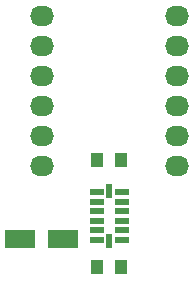
<source format=gts>
G04 #@! TF.FileFunction,Soldermask,Top*
%FSLAX46Y46*%
G04 Gerber Fmt 4.6, Leading zero omitted, Abs format (unit mm)*
G04 Created by KiCad (PCBNEW (2015-04-22 BZR 5620)-product) date 02/01/2016 09:16:18*
%MOMM*%
G01*
G04 APERTURE LIST*
%ADD10C,0.100000*%
%ADD11O,2.032000X1.727200*%
%ADD12R,2.600960X1.600200*%
%ADD13R,1.000000X1.250000*%
%ADD14R,1.145000X0.550000*%
%ADD15R,0.550000X1.145000*%
G04 APERTURE END LIST*
D10*
D11*
X202565000Y-103632000D03*
X202565000Y-106172000D03*
X202565000Y-108712000D03*
X202565000Y-111252000D03*
X202565000Y-113792000D03*
X202565000Y-116332000D03*
X213995000Y-103632000D03*
X213995000Y-106172000D03*
X213995000Y-108712000D03*
X213995000Y-111252000D03*
X213995000Y-113792000D03*
X213995000Y-116332000D03*
D12*
X204302360Y-122491500D03*
X200700640Y-122491500D03*
D13*
X209216500Y-115760500D03*
X207216500Y-115760500D03*
X207216500Y-124841000D03*
X209216500Y-124841000D03*
D14*
X207182500Y-118523000D03*
X207182500Y-122523000D03*
D15*
X208280000Y-118425500D03*
D14*
X207182500Y-119323000D03*
X207182500Y-121723000D03*
X207182500Y-120923000D03*
X209377500Y-118523000D03*
X209377500Y-122523000D03*
X209377500Y-119323000D03*
X209377500Y-121723000D03*
X209377500Y-120923000D03*
X207182500Y-120123000D03*
X209377500Y-120123000D03*
D15*
X208280000Y-122620500D03*
M02*

</source>
